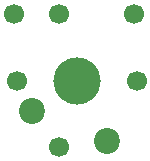
<source format=gbr>
G04 #@! TF.GenerationSoftware,KiCad,Pcbnew,(5.1.5)-3*
G04 #@! TF.CreationDate,2021-09-28T00:22:23-05:00*
G04 #@! TF.ProjectId,Pikatea handwire helpers,50696b61-7465-4612-9068-616e64776972,rev?*
G04 #@! TF.SameCoordinates,Original*
G04 #@! TF.FileFunction,Soldermask,Top*
G04 #@! TF.FilePolarity,Negative*
%FSLAX46Y46*%
G04 Gerber Fmt 4.6, Leading zero omitted, Abs format (unit mm)*
G04 Created by KiCad (PCBNEW (5.1.5)-3) date 2021-09-28 00:22:23*
%MOMM*%
%LPD*%
G04 APERTURE LIST*
%ADD10C,1.700000*%
%ADD11C,4.000000*%
%ADD12C,2.200000*%
G04 APERTURE END LIST*
D10*
X145415000Y-101727000D03*
X145415000Y-90424000D03*
X141605000Y-90424000D03*
X151765000Y-90424000D03*
X152019000Y-96139000D03*
X141859000Y-96139000D03*
D11*
X146939000Y-96139000D03*
D12*
X143129000Y-98679000D03*
X149479000Y-101219000D03*
M02*

</source>
